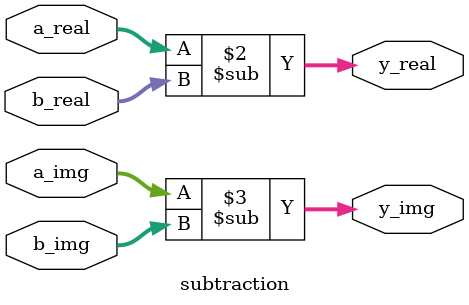
<source format=v>
`timescale 1ns / 1ps


module subtraction #(parameter WIDTH = 8)(
    input wire [WIDTH-1:0] a_real,
    input wire [WIDTH-1:0] a_img,
    input wire [WIDTH-1:0] b_real,
    input wire [WIDTH-1:0] b_img,
    output reg [WIDTH-1:0] y_real,
    output reg [WIDTH-1:0] y_img
);

always @* begin
    y_real = a_real - b_real;
    y_img = a_img - b_img;
end

endmodule

</source>
